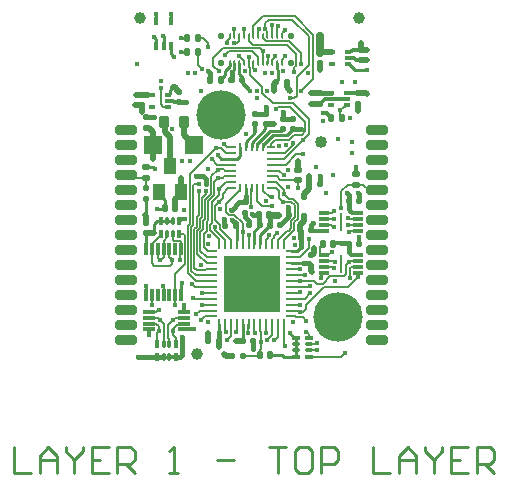
<source format=gbr>
%TF.GenerationSoftware,Altium Limited,Altium Designer,20.1.11 (218)*%
G04 Layer_Physical_Order=1*
G04 Layer_Color=255*
%FSLAX26Y26*%
%MOIN*%
%TF.SameCoordinates,F1652399-7491-40A6-9504-01A14B245E9D*%
%TF.FilePolarity,Positive*%
%TF.FileFunction,Copper,L1,Top,Signal*%
%TF.Part,Single*%
G01*
G75*
%TA.AperFunction,SMDPad,CuDef*%
%ADD10R,0.035039X0.011811*%
%ADD11R,0.007874X0.062992*%
%ADD12R,0.039370X0.055118*%
G04:AMPARAMS|DCode=13|XSize=27.559mil|YSize=20.079mil|CornerRadius=5.02mil|HoleSize=0mil|Usage=FLASHONLY|Rotation=90.000|XOffset=0mil|YOffset=0mil|HoleType=Round|Shape=RoundedRectangle|*
%AMROUNDEDRECTD13*
21,1,0.027559,0.010040,0,0,90.0*
21,1,0.017520,0.020079,0,0,90.0*
1,1,0.010039,0.005020,0.008760*
1,1,0.010039,0.005020,-0.008760*
1,1,0.010039,-0.005020,-0.008760*
1,1,0.010039,-0.005020,0.008760*
%
%ADD13ROUNDEDRECTD13*%
G04:AMPARAMS|DCode=14|XSize=22.047mil|YSize=20.079mil|CornerRadius=5.02mil|HoleSize=0mil|Usage=FLASHONLY|Rotation=180.000|XOffset=0mil|YOffset=0mil|HoleType=Round|Shape=RoundedRectangle|*
%AMROUNDEDRECTD14*
21,1,0.022047,0.010040,0,0,180.0*
21,1,0.012008,0.020079,0,0,180.0*
1,1,0.010039,-0.006004,0.005020*
1,1,0.010039,0.006004,0.005020*
1,1,0.010039,0.006004,-0.005020*
1,1,0.010039,-0.006004,-0.005020*
%
%ADD14ROUNDEDRECTD14*%
G04:AMPARAMS|DCode=15|XSize=25.591mil|YSize=15.748mil|CornerRadius=3.937mil|HoleSize=0mil|Usage=FLASHONLY|Rotation=180.000|XOffset=0mil|YOffset=0mil|HoleType=Round|Shape=RoundedRectangle|*
%AMROUNDEDRECTD15*
21,1,0.025591,0.007874,0,0,180.0*
21,1,0.017717,0.015748,0,0,180.0*
1,1,0.007874,-0.008858,0.003937*
1,1,0.007874,0.008858,0.003937*
1,1,0.007874,0.008858,-0.003937*
1,1,0.007874,-0.008858,-0.003937*
%
%ADD15ROUNDEDRECTD15*%
G04:AMPARAMS|DCode=16|XSize=25.591mil|YSize=11.811mil|CornerRadius=2.953mil|HoleSize=0mil|Usage=FLASHONLY|Rotation=180.000|XOffset=0mil|YOffset=0mil|HoleType=Round|Shape=RoundedRectangle|*
%AMROUNDEDRECTD16*
21,1,0.025591,0.005905,0,0,180.0*
21,1,0.019685,0.011811,0,0,180.0*
1,1,0.005906,-0.009842,0.002953*
1,1,0.005906,0.009842,0.002953*
1,1,0.005906,0.009842,-0.002953*
1,1,0.005906,-0.009842,-0.002953*
%
%ADD16ROUNDEDRECTD16*%
G04:AMPARAMS|DCode=17|XSize=25.591mil|YSize=19.685mil|CornerRadius=1.968mil|HoleSize=0mil|Usage=FLASHONLY|Rotation=90.000|XOffset=0mil|YOffset=0mil|HoleType=Round|Shape=RoundedRectangle|*
%AMROUNDEDRECTD17*
21,1,0.025591,0.015748,0,0,90.0*
21,1,0.021654,0.019685,0,0,90.0*
1,1,0.003937,0.007874,0.010827*
1,1,0.003937,0.007874,-0.010827*
1,1,0.003937,-0.007874,-0.010827*
1,1,0.003937,-0.007874,0.010827*
%
%ADD17ROUNDEDRECTD17*%
%ADD18R,0.021654X0.015748*%
G04:AMPARAMS|DCode=19|XSize=27.559mil|YSize=20.079mil|CornerRadius=5.02mil|HoleSize=0mil|Usage=FLASHONLY|Rotation=180.000|XOffset=0mil|YOffset=0mil|HoleType=Round|Shape=RoundedRectangle|*
%AMROUNDEDRECTD19*
21,1,0.027559,0.010040,0,0,180.0*
21,1,0.017520,0.020079,0,0,180.0*
1,1,0.010039,-0.008760,0.005020*
1,1,0.010039,0.008760,0.005020*
1,1,0.010039,0.008760,-0.005020*
1,1,0.010039,-0.008760,-0.005020*
%
%ADD19ROUNDEDRECTD19*%
G04:AMPARAMS|DCode=20|XSize=15.748mil|YSize=25.591mil|CornerRadius=1.968mil|HoleSize=0mil|Usage=FLASHONLY|Rotation=180.000|XOffset=0mil|YOffset=0mil|HoleType=Round|Shape=RoundedRectangle|*
%AMROUNDEDRECTD20*
21,1,0.015748,0.021654,0,0,180.0*
21,1,0.011811,0.025591,0,0,180.0*
1,1,0.003937,-0.005906,0.010827*
1,1,0.003937,0.005906,0.010827*
1,1,0.003937,0.005906,-0.010827*
1,1,0.003937,-0.005906,-0.010827*
%
%ADD20ROUNDEDRECTD20*%
G04:AMPARAMS|DCode=21|XSize=22.047mil|YSize=20.079mil|CornerRadius=5.02mil|HoleSize=0mil|Usage=FLASHONLY|Rotation=90.000|XOffset=0mil|YOffset=0mil|HoleType=Round|Shape=RoundedRectangle|*
%AMROUNDEDRECTD21*
21,1,0.022047,0.010040,0,0,90.0*
21,1,0.012008,0.020079,0,0,90.0*
1,1,0.010039,0.005020,0.006004*
1,1,0.010039,0.005020,-0.006004*
1,1,0.010039,-0.005020,-0.006004*
1,1,0.010039,-0.005020,0.006004*
%
%ADD21ROUNDEDRECTD21*%
%ADD22R,0.039370X0.013000*%
%ADD23R,0.013000X0.039370*%
%ADD24R,0.059055X0.059055*%
%ADD25R,0.185039X0.185039*%
%ADD26O,0.037402X0.009842*%
%ADD27O,0.009842X0.037402*%
G04:AMPARAMS|DCode=28|XSize=9.842mil|YSize=25.591mil|CornerRadius=1.23mil|HoleSize=0mil|Usage=FLASHONLY|Rotation=0.000|XOffset=0mil|YOffset=0mil|HoleType=Round|Shape=RoundedRectangle|*
%AMROUNDEDRECTD28*
21,1,0.009842,0.023130,0,0,0.0*
21,1,0.007382,0.025591,0,0,0.0*
1,1,0.002461,0.003691,-0.011565*
1,1,0.002461,-0.003691,-0.011565*
1,1,0.002461,-0.003691,0.011565*
1,1,0.002461,0.003691,0.011565*
%
%ADD28ROUNDEDRECTD28*%
G04:AMPARAMS|DCode=29|XSize=9.842mil|YSize=25.591mil|CornerRadius=1.23mil|HoleSize=0mil|Usage=FLASHONLY|Rotation=90.000|XOffset=0mil|YOffset=0mil|HoleType=Round|Shape=RoundedRectangle|*
%AMROUNDEDRECTD29*
21,1,0.009842,0.023130,0,0,90.0*
21,1,0.007382,0.025591,0,0,90.0*
1,1,0.002461,0.011565,0.003691*
1,1,0.002461,0.011565,-0.003691*
1,1,0.002461,-0.011565,-0.003691*
1,1,0.002461,-0.011565,0.003691*
%
%ADD29ROUNDEDRECTD29*%
G04:AMPARAMS|DCode=30|XSize=9.449mil|YSize=17.716mil|CornerRadius=2.362mil|HoleSize=0mil|Usage=FLASHONLY|Rotation=180.000|XOffset=0mil|YOffset=0mil|HoleType=Round|Shape=RoundedRectangle|*
%AMROUNDEDRECTD30*
21,1,0.009449,0.012992,0,0,180.0*
21,1,0.004724,0.017716,0,0,180.0*
1,1,0.004724,-0.002362,0.006496*
1,1,0.004724,0.002362,0.006496*
1,1,0.004724,0.002362,-0.006496*
1,1,0.004724,-0.002362,-0.006496*
%
%ADD30ROUNDEDRECTD30*%
G04:AMPARAMS|DCode=31|XSize=19.685mil|YSize=18.504mil|CornerRadius=4.626mil|HoleSize=0mil|Usage=FLASHONLY|Rotation=180.000|XOffset=0mil|YOffset=0mil|HoleType=Round|Shape=RoundedRectangle|*
%AMROUNDEDRECTD31*
21,1,0.019685,0.009252,0,0,180.0*
21,1,0.010433,0.018504,0,0,180.0*
1,1,0.009252,-0.005216,0.004626*
1,1,0.009252,0.005216,0.004626*
1,1,0.009252,0.005216,-0.004626*
1,1,0.009252,-0.005216,-0.004626*
%
%ADD31ROUNDEDRECTD31*%
G04:AMPARAMS|DCode=32|XSize=39.37mil|YSize=35.433mil|CornerRadius=4.429mil|HoleSize=0mil|Usage=FLASHONLY|Rotation=90.000|XOffset=0mil|YOffset=0mil|HoleType=Round|Shape=RoundedRectangle|*
%AMROUNDEDRECTD32*
21,1,0.039370,0.026575,0,0,90.0*
21,1,0.030512,0.035433,0,0,90.0*
1,1,0.008858,0.013287,0.015256*
1,1,0.008858,0.013287,-0.015256*
1,1,0.008858,-0.013287,-0.015256*
1,1,0.008858,-0.013287,0.015256*
%
%ADD32ROUNDEDRECTD32*%
G04:AMPARAMS|DCode=33|XSize=25.591mil|YSize=15.748mil|CornerRadius=3.937mil|HoleSize=0mil|Usage=FLASHONLY|Rotation=90.000|XOffset=0mil|YOffset=0mil|HoleType=Round|Shape=RoundedRectangle|*
%AMROUNDEDRECTD33*
21,1,0.025591,0.007874,0,0,90.0*
21,1,0.017717,0.015748,0,0,90.0*
1,1,0.007874,0.003937,0.008858*
1,1,0.007874,0.003937,-0.008858*
1,1,0.007874,-0.003937,-0.008858*
1,1,0.007874,-0.003937,0.008858*
%
%ADD33ROUNDEDRECTD33*%
G04:AMPARAMS|DCode=34|XSize=25.591mil|YSize=11.811mil|CornerRadius=2.953mil|HoleSize=0mil|Usage=FLASHONLY|Rotation=90.000|XOffset=0mil|YOffset=0mil|HoleType=Round|Shape=RoundedRectangle|*
%AMROUNDEDRECTD34*
21,1,0.025591,0.005905,0,0,90.0*
21,1,0.019685,0.011811,0,0,90.0*
1,1,0.005906,0.002953,0.009842*
1,1,0.005906,0.002953,-0.009842*
1,1,0.005906,-0.002953,-0.009842*
1,1,0.005906,-0.002953,0.009842*
%
%ADD34ROUNDEDRECTD34*%
%ADD35R,0.015748X0.015748*%
%ADD36C,0.039370*%
%TA.AperFunction,Conductor*%
%ADD37C,0.008000*%
%ADD38C,0.005000*%
%ADD39C,0.019685*%
%ADD40C,0.015750*%
%ADD41C,0.010000*%
%ADD42C,0.019680*%
%ADD43C,0.012000*%
%ADD44C,0.015000*%
%ADD45C,0.009240*%
%ADD46C,0.013780*%
%ADD47C,0.009840*%
%ADD48C,0.020000*%
%ADD49C,0.019000*%
%ADD50C,0.011810*%
%ADD51C,0.019080*%
%ADD52C,0.025000*%
%ADD53C,0.006000*%
%ADD54C,0.007870*%
%ADD55C,0.009842*%
%ADD56C,0.022050*%
%ADD57C,0.008840*%
%ADD58C,0.014750*%
%ADD59C,0.005910*%
%ADD60C,0.010810*%
%TA.AperFunction,NonConductor*%
%ADD61C,0.010000*%
%TA.AperFunction,ComponentPad*%
%ADD62C,0.040000*%
G04:AMPARAMS|DCode=63|XSize=31.496mil|YSize=70.866mil|CornerRadius=7.874mil|HoleSize=0mil|Usage=FLASHONLY|Rotation=270.000|XOffset=0mil|YOffset=0mil|HoleType=Round|Shape=RoundedRectangle|*
%AMROUNDEDRECTD63*
21,1,0.031496,0.055118,0,0,270.0*
21,1,0.015748,0.070866,0,0,270.0*
1,1,0.015748,-0.027559,-0.007874*
1,1,0.015748,-0.027559,0.007874*
1,1,0.015748,0.027559,0.007874*
1,1,0.015748,0.027559,-0.007874*
%
%ADD63ROUNDEDRECTD63*%
%TA.AperFunction,ViaPad*%
%ADD64C,0.165000*%
%ADD65C,0.017716*%
D10*
X661694Y372800D02*
D03*
Y353116D02*
D03*
Y333430D02*
D03*
Y313746D02*
D03*
X773504D02*
D03*
Y333430D02*
D03*
Y353116D02*
D03*
Y372800D02*
D03*
X661694Y512405D02*
D03*
Y492721D02*
D03*
Y473035D02*
D03*
Y453351D02*
D03*
X773504D02*
D03*
Y473035D02*
D03*
Y492721D02*
D03*
Y512405D02*
D03*
D11*
X717600Y343274D02*
D03*
Y482879D02*
D03*
D12*
X109598Y583693D02*
D03*
X147000Y670307D02*
D03*
X184402Y583693D02*
D03*
D13*
X205713Y1094058D02*
D03*
X241146D02*
D03*
Y1049068D02*
D03*
X205713D02*
D03*
X280703Y954058D02*
D03*
X316136D02*
D03*
X721146Y829058D02*
D03*
X685713D02*
D03*
X482286Y38468D02*
D03*
X446853D02*
D03*
X478346Y505908D02*
D03*
X442913D02*
D03*
X656573Y410198D02*
D03*
X692006D02*
D03*
X165547Y528023D02*
D03*
X130114D02*
D03*
D14*
X783424Y1021341D02*
D03*
Y1056774D02*
D03*
X648424Y1046770D02*
D03*
Y1011337D02*
D03*
X66924Y594490D02*
D03*
Y559057D02*
D03*
X618434Y336346D02*
D03*
Y371779D02*
D03*
X68894Y795277D02*
D03*
Y830710D02*
D03*
X53424Y871337D02*
D03*
Y906769D02*
D03*
X431000Y843716D02*
D03*
Y808284D02*
D03*
X523424Y826779D02*
D03*
Y791346D02*
D03*
X558424D02*
D03*
Y826779D02*
D03*
X397414Y547769D02*
D03*
Y512337D02*
D03*
X469000Y808284D02*
D03*
Y843716D02*
D03*
X775584Y875986D02*
D03*
Y911419D02*
D03*
X178424Y881346D02*
D03*
Y916779D02*
D03*
X647634Y875986D02*
D03*
Y911419D02*
D03*
X66924Y444887D02*
D03*
Y480320D02*
D03*
D15*
X610233Y33467D02*
D03*
Y96459D02*
D03*
X566926Y33467D02*
D03*
Y96459D02*
D03*
D16*
X610233Y74805D02*
D03*
Y55120D02*
D03*
X566926D02*
D03*
Y74805D02*
D03*
D17*
X593424Y498612D02*
D03*
Y569478D02*
D03*
D18*
X740004Y1009378D02*
D03*
Y1029064D02*
D03*
Y1048748D02*
D03*
X686854D02*
D03*
Y1009378D02*
D03*
X737204Y872048D02*
D03*
Y891734D02*
D03*
Y911418D02*
D03*
X684054D02*
D03*
Y872048D02*
D03*
X141024Y867048D02*
D03*
Y886734D02*
D03*
Y906418D02*
D03*
X87874D02*
D03*
Y867048D02*
D03*
D19*
X768424Y606346D02*
D03*
Y641779D02*
D03*
X66924Y665360D02*
D03*
Y629927D02*
D03*
X573000Y621284D02*
D03*
Y656716D02*
D03*
D20*
X100394Y1150597D02*
D03*
X151575D02*
D03*
Y1069889D02*
D03*
X125984D02*
D03*
X100394D02*
D03*
D21*
X350713Y954058D02*
D03*
X386146D02*
D03*
X500703Y949058D02*
D03*
X536136D02*
D03*
X646146Y609068D02*
D03*
X610713D02*
D03*
X743188Y410198D02*
D03*
X778621D02*
D03*
X366886Y469478D02*
D03*
X331453D02*
D03*
X311026Y84648D02*
D03*
X275593D02*
D03*
X479408Y470478D02*
D03*
X514841D02*
D03*
X507873Y505908D02*
D03*
X543306D02*
D03*
X743188Y553748D02*
D03*
X778621D02*
D03*
X446851Y470478D02*
D03*
X411418D02*
D03*
X389768Y84648D02*
D03*
X425201D02*
D03*
X390541Y35438D02*
D03*
X355108D02*
D03*
X580703Y454058D02*
D03*
X616136D02*
D03*
D22*
X76383Y124020D02*
D03*
Y143706D02*
D03*
Y163390D02*
D03*
Y183076D02*
D03*
X195265D02*
D03*
Y163390D02*
D03*
Y143706D02*
D03*
Y124020D02*
D03*
D23*
X66930Y237804D02*
D03*
X86616D02*
D03*
X106300D02*
D03*
X125986D02*
D03*
X145670D02*
D03*
Y392120D02*
D03*
X125986D02*
D03*
X106300D02*
D03*
X86616D02*
D03*
X66930D02*
D03*
X165356Y237804D02*
D03*
X185040D02*
D03*
X165356Y392120D02*
D03*
X185040D02*
D03*
D24*
X228348Y738190D02*
D03*
X90552D02*
D03*
D25*
X419292Y275592D02*
D03*
D26*
X286418Y167324D02*
D03*
Y187008D02*
D03*
Y206694D02*
D03*
Y226378D02*
D03*
Y246064D02*
D03*
Y265748D02*
D03*
Y285434D02*
D03*
Y305120D02*
D03*
Y324804D02*
D03*
Y344490D02*
D03*
Y364174D02*
D03*
Y383860D02*
D03*
X552166D02*
D03*
Y364174D02*
D03*
Y344490D02*
D03*
Y324804D02*
D03*
Y305120D02*
D03*
Y285434D02*
D03*
Y265748D02*
D03*
Y246064D02*
D03*
Y226378D02*
D03*
Y206694D02*
D03*
Y187008D02*
D03*
Y167324D02*
D03*
D27*
X311024Y408466D02*
D03*
X330710D02*
D03*
X350394D02*
D03*
X370080D02*
D03*
X389764D02*
D03*
X409450D02*
D03*
X429134D02*
D03*
X448820D02*
D03*
X468504D02*
D03*
X488190D02*
D03*
X507874D02*
D03*
X527560D02*
D03*
Y142718D02*
D03*
X507874D02*
D03*
X488190D02*
D03*
X468504D02*
D03*
X448820D02*
D03*
X429134D02*
D03*
X409450D02*
D03*
X389764D02*
D03*
X370080D02*
D03*
X350394D02*
D03*
X330710D02*
D03*
X311024D02*
D03*
D28*
X458663Y732284D02*
D03*
X438977D02*
D03*
X419293D02*
D03*
X399607D02*
D03*
X379923D02*
D03*
Y594490D02*
D03*
X399607D02*
D03*
X419293D02*
D03*
X438977D02*
D03*
X458663D02*
D03*
D29*
X354331Y633860D02*
D03*
Y653544D02*
D03*
Y673230D02*
D03*
Y692914D02*
D03*
Y712600D02*
D03*
Y732284D02*
D03*
Y614174D02*
D03*
Y594490D02*
D03*
X484253Y732284D02*
D03*
Y712600D02*
D03*
Y594490D02*
D03*
Y614174D02*
D03*
Y633860D02*
D03*
Y653544D02*
D03*
Y673230D02*
D03*
Y692914D02*
D03*
D30*
X425197Y1103347D02*
D03*
X440945D02*
D03*
X456693D02*
D03*
X472442D02*
D03*
X488190D02*
D03*
X503938D02*
D03*
X519686D02*
D03*
X409450D02*
D03*
X393702D02*
D03*
X377954D02*
D03*
X362205D02*
D03*
X346457D02*
D03*
X425197Y1010827D02*
D03*
X440945D02*
D03*
X456693D02*
D03*
X472442D02*
D03*
X488190D02*
D03*
X503938D02*
D03*
X519686D02*
D03*
X409450D02*
D03*
X393702D02*
D03*
X377954D02*
D03*
X362205D02*
D03*
X346457D02*
D03*
D31*
X316930Y1012009D02*
D03*
Y1102167D02*
D03*
X549213D02*
D03*
Y1012009D02*
D03*
D32*
X192914Y816930D02*
D03*
X125986D02*
D03*
D33*
X116143Y440950D02*
D03*
X179136D02*
D03*
X116143Y484257D02*
D03*
X179136D02*
D03*
X167326Y74806D02*
D03*
X104333D02*
D03*
X167326Y31500D02*
D03*
X104333D02*
D03*
D34*
X157482Y440950D02*
D03*
X137797D02*
D03*
Y484257D02*
D03*
X157482D02*
D03*
X125987Y74806D02*
D03*
X145672D02*
D03*
Y31500D02*
D03*
X125987D02*
D03*
D35*
X267715Y609047D02*
D03*
Y585425D02*
D03*
X244093D02*
D03*
Y609047D02*
D03*
D36*
X237000Y43000D02*
D03*
X47244Y1161417D02*
D03*
X778424D02*
D03*
D37*
X488190Y1010827D02*
X488914Y1011551D01*
Y1023651D01*
X496558Y1031295D01*
Y1033925D01*
X362424Y1079058D02*
X370424D01*
X338424Y1080058D02*
Y1087058D01*
X346454Y1095088D01*
Y1103348D01*
X519684Y1023318D02*
X530424Y1034058D01*
X519684Y1010828D02*
Y1023318D01*
X370424Y1079058D02*
X377954Y1086588D01*
Y1103348D01*
D38*
X181424Y355058D02*
Y388504D01*
Y354282D02*
Y355058D01*
X76383Y183076D02*
X102197D01*
X107577Y188456D01*
X111000D01*
X181424Y388504D02*
X185040Y392120D01*
X185034D02*
Y415428D01*
X157484Y422307D02*
Y440948D01*
Y422307D02*
X160413Y419378D01*
X181084D01*
X185034Y415428D01*
X296352Y456604D02*
X330710Y422245D01*
X296352Y456604D02*
Y466986D01*
X330710Y408466D02*
Y422245D01*
X350394Y408468D02*
Y421098D01*
X313624Y457868D02*
Y472848D01*
Y457868D02*
X350394Y421098D01*
X297766Y535700D02*
X322837Y560771D01*
X573000Y621284D02*
X574358Y619925D01*
Y597000D02*
Y619925D01*
X515716Y621284D02*
X573000D01*
X503140Y633860D02*
X515716Y621284D01*
X484253Y633860D02*
X503140D01*
X219424Y277058D02*
X230734Y265748D01*
X286424D01*
X558000Y738866D02*
Y746709D01*
X557642Y747067D02*
X558000Y746709D01*
X531734Y712600D02*
X558000Y738866D01*
X484253Y712600D02*
X531734D01*
X393704Y1103348D02*
Y1124058D01*
X66924Y594488D02*
Y629928D01*
X527642Y693000D02*
X590642Y756000D01*
X590821D02*
X611000Y776179D01*
Y824758D01*
X590642Y756000D02*
X590821D01*
X484339Y693000D02*
X527642D01*
X568000Y708000D02*
X590642D01*
X409444Y999948D02*
Y1010827D01*
Y1030078D01*
X559358Y772358D02*
X587067D01*
X544000Y757000D02*
X559358Y772358D01*
X507406Y865406D02*
X548527D01*
X599000Y814933D01*
Y784291D02*
Y814933D01*
X587067Y772358D02*
X599000Y784291D01*
X557758Y878000D02*
X611000Y824758D01*
X533000Y673000D02*
X568000Y708000D01*
X165354Y204058D02*
Y309058D01*
X157484Y120078D02*
Y125988D01*
Y104336D02*
Y120078D01*
X610234Y96458D02*
Y108248D01*
X601424Y117058D02*
X610234Y108248D01*
X585584Y919058D02*
X625000Y958474D01*
X37814Y629928D02*
X66924D01*
X29554Y638188D02*
X37814Y629928D01*
X489378Y878000D02*
X557758D01*
X715162Y835042D02*
X721146Y829058D01*
X715000Y842827D02*
Y855000D01*
Y842827D02*
X715162Y842666D01*
Y835042D02*
Y842666D01*
X726674Y866674D02*
X731830D01*
X715000Y855000D02*
X715000D01*
X726674Y866674D01*
X731830D02*
X737204Y872048D01*
X745064Y449658D02*
X748754Y453348D01*
X749414D01*
X745433Y350433D02*
X770822D01*
X773504Y353116D01*
X734424Y339424D02*
X745433Y350433D01*
X734424Y308058D02*
Y339424D01*
X746424Y328290D02*
X751562Y333428D01*
X746424Y296058D02*
Y328290D01*
X751562Y333428D02*
X773504D01*
X673309Y372800D02*
X680635Y380127D01*
X661694Y372800D02*
X673309D01*
X680635Y380127D02*
X685596D01*
X688029Y382560D01*
X527564Y575481D02*
Y588436D01*
X501822Y614178D02*
X527564Y588436D01*
Y575481D02*
X543045Y560000D01*
X507874Y423556D02*
X510296Y425977D01*
X533301Y449334D02*
X536459Y452493D01*
X493924Y435558D02*
X504424Y446058D01*
X510296Y426329D02*
X533301Y449334D01*
X507874Y408468D02*
Y423556D01*
X510296Y425977D02*
Y426329D01*
X533301Y449334D02*
X533301D01*
X536459Y452493D02*
X542859D01*
X297766Y488706D02*
X313624Y472848D01*
X297766Y488706D02*
Y535700D01*
X455800Y534258D02*
X486284D01*
X481279Y564000D02*
X489000D01*
X511456Y653544D02*
X527000Y638000D01*
X458663Y586616D02*
X481279Y564000D01*
X475260Y435384D02*
X477693Y437817D01*
X475260Y428076D02*
Y435384D01*
X468504Y421320D02*
X475260Y428076D01*
X493924Y429558D02*
Y435558D01*
X488194Y423828D02*
X493924Y429558D01*
X409363Y408559D02*
X409454Y408468D01*
X409363Y408559D02*
Y437893D01*
X409276Y437980D02*
X409363Y437893D01*
X390000Y408702D02*
Y478716D01*
X498000Y757000D02*
X544000D01*
X362204Y1103348D02*
Y1124058D01*
X327000Y742000D02*
X336712Y732288D01*
X301000Y728000D02*
X317724D01*
X333124Y712600D01*
X336712Y732288D02*
X354324D01*
X543045Y560000D02*
X556000D01*
X574924Y541076D01*
X511206Y562794D02*
X524000Y550000D01*
X511206Y562794D02*
Y585286D01*
X502002Y594490D02*
X511206Y585286D01*
X294424Y615558D02*
X308324Y629458D01*
X285924Y547558D02*
X310924Y572558D01*
Y592558D01*
X332544Y614178D01*
X322837Y560771D02*
Y575481D01*
X341844Y594488D01*
X354324D01*
X502000Y860000D02*
X507406Y865406D01*
X546035Y895368D02*
X546125Y895458D01*
X562194D01*
X454226Y913152D02*
X489378Y878000D01*
X284424Y634548D02*
X306670Y656794D01*
X308674D01*
X454224Y916779D02*
X454226Y916778D01*
Y913152D02*
Y916778D01*
X454224Y916779D02*
Y932758D01*
X333124Y712600D02*
X354331D01*
X300716Y728000D02*
X301000D01*
X215224Y642508D02*
X300716Y728000D01*
X215224Y475488D02*
Y642508D01*
X287216Y691366D02*
X287216D01*
X305429Y673152D01*
X354253D01*
X354331Y673230D01*
X484483Y673000D02*
X533000D01*
X739714Y606348D02*
X791564D01*
X484253Y743253D02*
X498000Y757000D01*
X484253Y732284D02*
Y743253D01*
Y692914D02*
X484339Y693000D01*
X484253Y673230D02*
X484483Y673000D01*
X574924Y493558D02*
Y541076D01*
X484254Y614178D02*
X501822D01*
X564424Y498058D02*
Y537434D01*
X524000Y550000D02*
X551858D01*
X564424Y537434D01*
X484253Y594490D02*
X502002D01*
X484253Y653544D02*
X511456D01*
X542859Y452493D02*
X551524Y461158D01*
Y485158D01*
X562124Y456948D02*
Y480758D01*
X574924Y493558D01*
X551524Y485158D02*
X564424Y498058D01*
X527564Y422388D02*
X562124Y456948D01*
X458663Y586616D02*
Y594490D01*
X438974Y551084D02*
X455800Y534258D01*
X419140Y531774D02*
X419140Y531775D01*
Y594334D01*
X419294Y594488D01*
X438974Y551084D02*
Y594488D01*
X334066Y542300D02*
X379924Y588158D01*
X334066Y516182D02*
Y542300D01*
Y516182D02*
X343790Y506458D01*
X362259D01*
X285924Y479858D02*
Y547558D01*
X275324Y487148D02*
Y551758D01*
X265024Y492288D02*
Y555648D01*
X279424Y473358D02*
X285924Y479858D01*
X279424Y457068D02*
Y473358D01*
X269374Y453008D02*
Y481198D01*
X258924Y457488D02*
Y486188D01*
X249194Y447758D02*
X258924Y457488D01*
X248724Y462288D02*
Y492148D01*
X239194Y452758D02*
X248724Y462288D01*
X254224Y497648D02*
Y560958D01*
X244094Y504928D02*
Y585428D01*
X236924Y497758D02*
X244094Y504928D01*
X294424Y570858D02*
Y615558D01*
X275324Y551758D02*
X294424Y570858D01*
X284424Y575048D02*
Y634548D01*
X265024Y555648D02*
X284424Y575048D01*
X279424Y457068D02*
X311024Y425468D01*
X259224Y399138D02*
Y442858D01*
X249194Y386638D02*
Y447758D01*
X239194Y376948D02*
Y452758D01*
X229194Y330078D02*
Y457858D01*
X219194Y319878D02*
Y464718D01*
X209194Y311688D02*
Y469458D01*
X192914Y440948D02*
X199194Y434668D01*
Y342898D02*
Y434668D01*
X259224Y442858D02*
X269374Y453008D01*
X236924Y465588D02*
Y497758D01*
X229194Y457858D02*
X236924Y465588D01*
X225724Y471248D02*
Y604358D01*
X219194Y464718D02*
X225724Y471248D01*
X209194Y469458D02*
X215224Y475488D01*
X125984Y392120D02*
Y419618D01*
Y364561D02*
Y392120D01*
X112924Y354558D02*
X115982D01*
X125984Y364561D01*
X167324Y74808D02*
Y94496D01*
X157484Y104336D02*
X167324Y94496D01*
X153424Y340424D02*
Y357126D01*
X148678Y335678D02*
X153424Y340424D01*
X95644Y335678D02*
X148678D01*
X686774Y512408D02*
X693424Y519058D01*
X441555Y1123251D02*
X443135Y1124830D01*
X440945Y1103347D02*
X441555Y1103957D01*
Y1123251D01*
X465757Y1143757D02*
X479000Y1157000D01*
X465757Y1123450D02*
Y1143757D01*
X324000Y1062000D02*
X446000D01*
X457000Y1051000D01*
Y1011134D02*
Y1051000D01*
X456693Y1010827D02*
X457000Y1011134D01*
X472933Y1033434D02*
X473424Y1033925D01*
X472933Y1011318D02*
Y1033434D01*
X423000Y1073000D02*
X537000D01*
X410000Y1086000D02*
X423000Y1073000D01*
X537000D02*
X567066Y1042934D01*
X410000Y1086000D02*
Y1102796D01*
X567066Y1002870D02*
Y1042934D01*
X561424Y997229D02*
X567066Y1002870D01*
X561424Y982058D02*
Y997229D01*
X470217Y1105571D02*
X472442Y1103347D01*
X470217Y1105571D02*
Y1118991D01*
X465757Y1123450D02*
X470217Y1118991D01*
X292000Y1030000D02*
X324000Y1062000D01*
X344224Y1051058D02*
X421424D01*
X330624Y1037458D02*
X344224Y1051058D01*
X421424D02*
X440944Y1031538D01*
X378424Y1034058D02*
X393704Y1018778D01*
Y1010828D02*
Y1018778D01*
X292000Y1003082D02*
Y1030000D01*
Y1003082D02*
X311024Y984058D01*
X479000Y1157000D02*
X554000D01*
X486284Y1138492D02*
X486296Y1138479D01*
Y1105240D02*
Y1138479D01*
X554000Y1157000D02*
X610000Y1101000D01*
Y1004634D02*
Y1101000D01*
X569226Y963860D02*
X610000Y1004634D01*
X562194Y895458D02*
X569226Y902490D01*
Y963860D01*
X425197Y1135585D02*
X458612Y1169000D01*
X563000D02*
X625000Y1107000D01*
X458612Y1169000D02*
X563000D01*
X625000Y958474D02*
Y1107000D01*
X521910Y1105571D02*
Y1111515D01*
X530000Y1119605D01*
Y1121000D01*
X519686Y1103347D02*
X521910Y1105571D01*
X503938Y1103347D02*
Y1125496D01*
X509000Y1130559D01*
Y1134000D01*
X486296Y1105240D02*
X488190Y1103347D01*
X425239Y996978D02*
X430000Y992217D01*
X425194Y1010828D02*
X425239Y1010783D01*
Y996978D02*
Y1010783D01*
X430000Y988776D02*
Y992217D01*
X413642Y973341D02*
Y995751D01*
Y973341D02*
X454224Y932758D01*
X409444Y999948D02*
X413642Y995751D01*
X425197Y1103347D02*
Y1135585D01*
X467568Y1085415D02*
X542585D01*
X583424Y1044576D01*
X458918Y1094065D02*
X467568Y1085415D01*
X583424Y1009058D02*
Y1044576D01*
X472442Y1010827D02*
X472933Y1011318D01*
X458918Y1094065D02*
Y1101123D01*
X456693Y1103347D02*
X458918Y1101123D01*
X409450Y1103347D02*
X410000Y1102796D01*
X741754Y265458D02*
X773504Y297208D01*
X495796Y87953D02*
X495901Y88058D01*
X496424D01*
X527564Y72436D02*
Y142718D01*
Y72436D02*
X530000Y70000D01*
X651424Y372798D02*
X661694D01*
X409444Y1030078D02*
X412424Y1033058D01*
X145664Y364886D02*
Y392118D01*
Y364886D02*
X153424Y357126D01*
X472424Y88058D02*
X488194Y103828D01*
Y142718D01*
X507874Y99508D02*
Y142718D01*
X496424Y88058D02*
X507874Y99508D01*
X609424Y394371D02*
Y427058D01*
X579228Y364174D02*
X609424Y394371D01*
X552166Y364174D02*
X579228D01*
X468504Y408466D02*
Y421320D01*
X389764Y408466D02*
X390000Y408702D01*
X362259Y506458D02*
X390000Y478716D01*
X308324Y629458D02*
X322767D01*
X327167Y633858D02*
X354324D01*
X322767Y629458D02*
X327167Y633858D01*
X327167Y658798D02*
X332421Y653544D01*
X308674Y658798D02*
X327167D01*
X332421Y653544D02*
X354331D01*
X647424Y401048D02*
X656574Y410198D01*
X647424Y376798D02*
Y401048D01*
X661694Y473038D02*
X684444D01*
X661694Y512408D02*
X686774D01*
X684444Y473038D02*
X693424Y464058D01*
X661694Y492718D02*
X693424D01*
X527564Y408468D02*
Y422388D01*
X440944Y1010828D02*
Y1031538D01*
X330714Y116768D02*
Y142718D01*
Y116768D02*
X333424Y114058D01*
X253424Y246068D02*
X286424D01*
X76384Y143708D02*
X102354D01*
X112174Y133888D01*
Y120078D02*
Y133888D01*
X228104Y226378D02*
X286424D01*
X225424Y229058D02*
X228104Y226378D01*
X274504Y383858D02*
X286424D01*
X259224Y399138D02*
X274504Y383858D01*
X269374Y481198D02*
X275324Y487148D01*
X552164Y324808D02*
X581774D01*
X429134Y115348D02*
Y142718D01*
Y115348D02*
X432424Y112058D01*
X791564Y606348D02*
X809724Y588188D01*
X686854Y333428D02*
X692874Y327408D01*
X661694Y333428D02*
X686854D01*
X311024Y408468D02*
Y425468D01*
X106294Y361188D02*
Y392118D01*
Y361188D02*
X112924Y354558D01*
X370084Y116148D02*
Y142718D01*
X368114Y114178D02*
X370084Y116148D01*
X581774Y285438D02*
X628154D01*
X637534Y276058D01*
X657724D01*
X682424Y300758D01*
X727124D01*
X734424Y308058D01*
X241144Y1005738D02*
Y1049068D01*
Y1005738D02*
X253424Y993458D01*
X647424Y376798D02*
X651424Y372798D01*
X209194Y311688D02*
X235444Y285438D01*
X286424D01*
X125634Y867048D02*
X141024D01*
X117824Y874858D02*
X125634Y867048D01*
X117824Y874858D02*
Y928158D01*
X552164Y305118D02*
X598424D01*
X610234Y55118D02*
X637424D01*
X271654Y344488D02*
X286424D01*
X239194Y376948D02*
X271654Y344488D01*
X248724Y492148D02*
X254224Y497648D01*
Y560958D02*
X267714Y574448D01*
Y585428D01*
X596924Y226378D02*
X615114Y244568D01*
X552164Y226378D02*
X596924D01*
X659234Y265458D02*
X741754D01*
X600424Y206648D02*
X659234Y265458D01*
X600424Y191058D02*
Y206648D01*
X590424Y181058D02*
X600424Y191058D01*
X582424Y181058D02*
X590424D01*
X241144Y1094058D02*
X258424D01*
X273424Y1079058D01*
Y1064058D02*
Y1079058D01*
X175194Y143708D02*
X195264D01*
X157484Y125988D02*
X175194Y143708D01*
X145664Y74808D02*
Y91808D01*
X140574Y96898D02*
X145664Y91808D01*
X140574Y96898D02*
Y138608D01*
X157484Y155518D01*
X379924Y588158D02*
Y594488D01*
X697504Y349378D02*
X698674D01*
X693764Y353118D02*
X697504Y349378D01*
X661694Y353118D02*
X693764D01*
X86614Y344708D02*
X95644Y335678D01*
X468504Y112208D02*
Y142718D01*
X116144Y438788D02*
Y440948D01*
X86614Y409258D02*
X116144Y438788D01*
X86614Y344708D02*
Y409258D01*
X246374Y187008D02*
X286424D01*
X233424Y174058D02*
X246374Y187008D01*
X552164Y246068D02*
X579434D01*
X581424Y248058D01*
X104334Y112238D02*
X112174Y120078D01*
X104334Y74808D02*
Y112238D01*
X488194Y408468D02*
Y423828D01*
X332544Y614178D02*
X354324D01*
X337424Y90058D02*
X350394Y103028D01*
Y142718D01*
X165354Y309058D02*
X199194Y342898D01*
X179134Y440948D02*
X192914D01*
X230414Y609048D02*
X244094D01*
X225724Y604358D02*
X230414Y609048D01*
X219194Y319878D02*
X233954Y305118D01*
X286424D01*
X611814Y265748D02*
X614924Y268858D01*
X552164Y265748D02*
X611814D01*
X271654Y364178D02*
X286424D01*
X249194Y386638D02*
X271654Y364178D01*
X258924Y486188D02*
X265024Y492288D01*
X124014Y269058D02*
X125984Y267088D01*
Y237808D02*
Y267088D01*
X633174Y74808D02*
X636424Y78058D01*
X610234Y74808D02*
X633174D01*
X552164Y285438D02*
X581774D01*
X229194Y330078D02*
X238514Y320758D01*
X263814D01*
X267864Y324808D01*
X286424D01*
X86614Y204058D02*
Y237808D01*
X76384Y163388D02*
X106304D01*
X114174Y155518D01*
X137794Y431428D02*
Y440948D01*
X125984Y419618D02*
X137794Y431428D01*
X251424Y155058D02*
X263694Y167328D01*
X286424D01*
X255424Y206698D02*
X286424D01*
X125984Y74808D02*
Y96608D01*
X129034Y99658D01*
Y140648D01*
X114174Y155518D02*
X129034Y140648D01*
X610234Y33468D02*
X718834D01*
X732424Y47058D01*
X717724Y528458D02*
Y584358D01*
X739714Y606348D01*
X157484Y155518D02*
X165354Y163388D01*
X195264D01*
D39*
X184402Y583693D02*
X185034Y584326D01*
Y629458D01*
X165547Y528023D02*
X165744Y528220D01*
Y557161D01*
X184402Y575819D01*
Y583693D01*
D40*
X233724Y636158D02*
X258124D01*
X267714Y609048D02*
Y626568D01*
X258124Y636158D02*
X267714Y626568D01*
X641734Y911418D02*
X684054D01*
X425204Y59058D02*
Y84648D01*
D41*
X127719Y525628D02*
X130114Y528023D01*
X105000Y525628D02*
X127719D01*
X66924Y665358D02*
X92124D01*
X98424Y659058D01*
X130114Y528023D02*
Y555303D01*
X109598Y575819D02*
X130114Y555303D01*
X109598Y575819D02*
Y583693D01*
X559131Y99333D02*
X562006Y96458D01*
X547000Y112000D02*
Y112000D01*
X559131Y99333D02*
Y99869D01*
X566924Y33468D02*
Y96458D01*
X547000Y112000D02*
X559131Y99869D01*
X146581Y909292D02*
Y920775D01*
X141024Y906418D02*
X143707D01*
X146581Y909292D01*
Y920775D02*
X156297Y930492D01*
X183424Y1094058D02*
X205714D01*
X183424Y1049068D02*
X205714D01*
X308000Y704000D02*
X308000D01*
X319086Y692914D01*
X354331D01*
X370993Y692993D02*
X379844Y701844D01*
X354410Y692993D02*
X370993D01*
X379844Y701844D02*
Y732205D01*
X379923Y732284D01*
X354331Y692914D02*
X354410Y692993D01*
X500704Y949058D02*
X506024Y954378D01*
X537401Y771307D02*
X557440Y791346D01*
X489969Y771307D02*
X537401D01*
X458663Y740001D02*
X489969Y771307D01*
X458663Y732284D02*
Y740001D01*
X557440Y791346D02*
X558424D01*
X353221Y983039D02*
X362205Y992024D01*
X353221Y982082D02*
Y983039D01*
X366884Y470478D02*
X370084Y467278D01*
X156297Y930492D02*
X157508D01*
X562006Y96458D02*
X566924D01*
X389764Y84651D02*
Y142718D01*
Y84651D02*
X389768Y84648D01*
X448820Y439554D02*
X473733Y464467D01*
X474370D01*
X479408Y469505D01*
Y470478D01*
X479404Y469501D02*
X479408Y469505D01*
Y470478D01*
X448820Y408466D02*
Y439554D01*
X429134Y408466D02*
Y451767D01*
X446851Y469483D01*
Y470478D01*
X370084Y422167D02*
Y467278D01*
X377954Y974669D02*
X386144Y966478D01*
X377954Y974669D02*
Y1010827D01*
X362205Y992024D02*
Y1010827D01*
X316136Y954058D02*
Y957788D01*
X330294Y971946D02*
Y985855D01*
X316136Y957788D02*
X330294Y971946D01*
X346457Y1002018D02*
Y1010827D01*
X330294Y985855D02*
X346457Y1002018D01*
X63424Y504058D02*
X66924Y507558D01*
Y559058D01*
X526024Y33468D02*
X566924D01*
X521024Y38468D02*
X526024Y33468D01*
X482284Y38468D02*
X521024D01*
X66924Y237808D02*
Y269058D01*
X399604Y569238D02*
Y594488D01*
X93424Y444058D02*
Y474058D01*
X103624Y484258D01*
X116144D01*
X503934Y990948D02*
Y1010828D01*
Y990948D02*
X506024Y988858D01*
Y954378D02*
Y988858D01*
X763224Y989058D02*
X803424D01*
X742904Y1009378D02*
X763224Y989058D01*
X740004Y1009378D02*
X742904D01*
X185034Y237808D02*
Y275668D01*
X188424Y279058D01*
D42*
X147000Y670307D02*
Y765392D01*
X129321Y783071D02*
X147000Y765392D01*
X129321Y783071D02*
Y813591D01*
X125984Y816928D02*
X129321Y813591D01*
X355090Y35420D02*
X355108Y35438D01*
X334580Y35420D02*
X355090D01*
X328000Y42000D02*
X334580Y35420D01*
X311000Y67000D02*
X311024Y67024D01*
X619094Y911418D02*
X641734D01*
X90554Y692918D02*
Y783468D01*
X619094Y875988D02*
X647634D01*
X311024Y67024D02*
Y84648D01*
X66789Y480455D02*
Y500694D01*
X63424Y504058D02*
X66789Y500694D01*
Y480455D02*
X66924Y480320D01*
X775584Y852368D02*
Y875988D01*
Y911418D02*
X801064D01*
X803424Y909058D01*
X275594Y84648D02*
Y113348D01*
X192914Y773618D02*
X228344Y738188D01*
X192914Y773618D02*
Y816928D01*
X68894Y795278D02*
X78744D01*
X90554Y783468D01*
X618434Y318048D02*
X621424Y315058D01*
X618434Y318048D02*
Y336348D01*
D43*
X386144Y947438D02*
Y966478D01*
X692004Y410198D02*
X694806Y413000D01*
X718000D01*
X658424Y844058D02*
X670714D01*
X685714Y829058D01*
X768424Y641778D02*
Y664058D01*
X76384Y104058D02*
Y124018D01*
X195264Y183078D02*
Y204058D01*
X740004Y1048748D02*
X748914D01*
X756944Y1056778D01*
X386144Y947438D02*
X414524Y919058D01*
X737204Y911418D02*
X775584D01*
X740004Y1029058D02*
X760724D01*
X710624Y891738D02*
X737204D01*
X616844Y453348D02*
X661694D01*
X616134Y454058D02*
X616844Y453348D01*
X161944Y881348D02*
X178424D01*
X156554Y886738D02*
X161944Y881348D01*
X141024Y886738D02*
X156554D01*
X778624Y410198D02*
Y431058D01*
X777824Y431858D02*
X778624Y431058D01*
X195264Y124018D02*
X228424D01*
X388424Y85988D02*
X389764Y84648D01*
D44*
X331437Y470478D02*
X331454D01*
X326002Y491255D02*
Y491991D01*
X328913Y473002D02*
X331437Y470478D01*
X326002Y491255D02*
X328913Y488344D01*
Y473002D02*
Y488344D01*
X718000Y413000D02*
X741370D01*
X743184Y411186D01*
Y380668D02*
Y411186D01*
X542161Y507053D02*
X543306Y505908D01*
X542161Y507053D02*
Y531255D01*
X541642Y531775D02*
X542161Y531255D01*
X350424Y523426D02*
X352593D01*
X376934Y547768D01*
X355524Y490058D02*
X366884Y478698D01*
Y470478D02*
Y478698D01*
X397414Y500068D02*
Y512338D01*
Y500068D02*
X405424Y492058D01*
X558424Y791348D02*
X558566Y791207D01*
X582502D01*
X582642Y791067D01*
X616134Y454058D02*
Y471368D01*
X622724Y477958D01*
X468580Y865304D02*
X468790Y865094D01*
Y843927D02*
X469000Y843716D01*
X468790Y843927D02*
Y865094D01*
X523424Y826779D02*
Y849048D01*
X431000Y843716D02*
X469000D01*
X540766Y503369D02*
X543306Y505908D01*
X514841Y470478D02*
Y471462D01*
X540766Y497388D01*
Y503369D01*
X523424Y826779D02*
X558424D01*
X422424Y509058D02*
X425574Y505908D01*
X397414Y547768D02*
X399604Y549958D01*
X376934Y547768D02*
X397414D01*
X743184Y524288D02*
Y572898D01*
X104333Y31500D02*
X125987D01*
X39499D02*
X104333D01*
X646144Y609068D02*
Y634058D01*
X609309Y344488D02*
X617449Y336348D01*
X618434D01*
X590424Y344488D02*
X609309D01*
X479404Y469501D02*
Y504848D01*
X442913Y475400D02*
Y505908D01*
Y475400D02*
X446851Y471462D01*
Y470478D02*
Y471462D01*
X425574Y505908D02*
X442913D01*
X350713Y954058D02*
X353221Y956566D01*
Y982082D01*
X585424Y397868D02*
Y424058D01*
X778624Y553748D02*
Y573858D01*
X773024Y579458D02*
X778624Y573858D01*
X738524Y577558D02*
X743184Y572898D01*
Y524288D02*
X748564Y518908D01*
X68894Y830708D02*
X93424D01*
X188424Y39058D02*
Y99058D01*
X180864Y31498D02*
X188424Y39058D01*
X167324Y31498D02*
X180864D01*
X399604Y549958D02*
Y569238D01*
X411414Y470478D02*
Y485068D01*
X405424Y491058D02*
X411414Y485068D01*
X405424Y491058D02*
Y492058D01*
X478344Y505908D02*
X479404Y504848D01*
X311024Y84648D02*
Y117058D01*
X280704Y954058D02*
Y979058D01*
X275704Y984058D02*
X280704Y979058D01*
X178424Y881348D02*
X200714D01*
D45*
X465520Y804803D02*
X469000Y808284D01*
X419594Y746594D02*
X465520Y792520D01*
Y804803D01*
X399607Y732284D02*
Y749607D01*
X430826Y780826D02*
Y781174D01*
X399607Y749607D02*
X430826Y780826D01*
X481440Y786174D02*
X518252D01*
X438974Y743708D02*
X481440Y786174D01*
X518252D02*
X523424Y791346D01*
X419293Y732284D02*
X419594Y732585D01*
Y746594D01*
X438974Y732288D02*
Y743708D01*
D46*
X431000Y781348D02*
Y808284D01*
X430826Y781174D02*
X431000Y781348D01*
D47*
X125984Y1069888D02*
Y1101498D01*
X124503Y1102979D02*
X125984Y1101498D01*
X116144Y484258D02*
X157484D01*
X573814Y344488D02*
X590424D01*
X151574Y1150598D02*
Y1174058D01*
X311024Y117058D02*
Y142718D01*
X100394Y1150598D02*
Y1174058D01*
X66924Y392118D02*
Y444888D01*
X93424Y1099058D02*
X100394Y1092088D01*
Y1069888D02*
Y1092088D01*
X151574Y1041338D02*
Y1069888D01*
Y1041338D02*
X161414Y1031498D01*
D48*
X494756Y808244D02*
X495000Y808000D01*
X469039Y808244D02*
X494756D01*
X610714Y609069D02*
Y634058D01*
X610673Y609029D02*
X610714Y609069D01*
X573000Y656716D02*
Y687000D01*
X593424Y569478D02*
Y576314D01*
X610673Y593563D02*
Y609029D01*
X593424Y576314D02*
X610673Y593563D01*
X469000Y808284D02*
X469039Y808244D01*
X177440Y916779D02*
X178424D01*
X171851Y922369D02*
X177440Y916779D01*
X171851Y922369D02*
Y922576D01*
X163936Y930492D02*
X171851Y922576D01*
X157508Y930492D02*
X163936D01*
X650403Y1048748D02*
X686854D01*
X648424Y1046770D02*
X650403Y1048748D01*
X627424Y379785D02*
Y395058D01*
X618434Y371779D02*
X619419D01*
X627424Y379785D01*
D49*
X494174Y941545D02*
X500703Y948074D01*
X494174Y919008D02*
Y941545D01*
X580704Y471328D02*
X593424Y484048D01*
Y498608D01*
X580704Y454058D02*
Y471328D01*
X500703Y948074D02*
Y949058D01*
X536134Y931348D02*
X548424Y919058D01*
X536134Y931348D02*
Y949058D01*
X92594Y444888D02*
X93424Y444058D01*
X66924Y444888D02*
X92594D01*
X367424Y84648D02*
X389764D01*
X53424Y906768D02*
X73874D01*
X74224Y906418D01*
X585424Y424058D02*
Y449338D01*
X580704Y454058D02*
X585424Y449338D01*
D50*
X185934Y491058D02*
X197724D01*
X748564Y518908D02*
X755084Y512408D01*
X773504D01*
X179134Y484258D02*
X185934Y491058D01*
X647634Y875988D02*
X663384Y891738D01*
X710624D01*
X145664Y31498D02*
X167324D01*
X743184Y380668D02*
X751064Y372798D01*
X773504D01*
D51*
X648424Y989048D02*
Y1011338D01*
X35748Y906768D02*
X53424D01*
X783424Y1056778D02*
X805714D01*
X783424Y1021338D02*
X805714D01*
X783424Y1056778D02*
Y1079068D01*
X53424Y849048D02*
Y871338D01*
X31134D02*
X53424D01*
D52*
X648278Y1103000D02*
X648424Y1102854D01*
Y1046770D02*
Y1102854D01*
D53*
X773504Y297208D02*
Y313748D01*
X773399Y297208D02*
X773504D01*
X742424Y473038D02*
X773504D01*
X742424Y497058D02*
X746764Y492718D01*
X749414Y453348D02*
X773504D01*
X746764Y492718D02*
X773504D01*
X552164Y187008D02*
X576474D01*
X582424Y181058D01*
X552164Y206698D02*
X579784D01*
X582424Y204058D01*
X590724Y163858D02*
X601924Y152658D01*
X567624Y163858D02*
X590724D01*
X564154Y167328D02*
X567624Y163858D01*
X552164Y167328D02*
X564154D01*
D54*
X408623Y112058D02*
X409073Y112508D01*
Y142337D01*
X409454Y142718D01*
D55*
X571416Y383860D02*
X585424Y397868D01*
X552166Y383860D02*
X571416D01*
D56*
X478344Y505908D02*
X507874D01*
D57*
X552164Y344488D02*
X573814D01*
D58*
X74224Y906418D02*
X87874D01*
X756944Y1056778D02*
X783424D01*
X760724Y1029058D02*
X768444Y1021338D01*
X783424D01*
D59*
X446854Y38468D02*
Y56208D01*
X450464Y59818D01*
Y81038D01*
X448824Y119658D02*
Y142718D01*
Y119658D02*
X450464Y118018D01*
Y81038D02*
Y118018D01*
X390544Y35438D02*
X443824D01*
X446854Y38468D01*
D60*
X649424Y295058D02*
Y309058D01*
X654114Y313748D01*
X661694D01*
D61*
X-373806Y-267744D02*
Y-354330D01*
X-316082D01*
X-287220D02*
Y-296606D01*
X-258358Y-267744D01*
X-229496Y-296606D01*
Y-354330D01*
Y-311037D01*
X-287220D01*
X-200634Y-267744D02*
Y-282175D01*
X-171772Y-311037D01*
X-142910Y-282175D01*
Y-267744D01*
X-171772Y-311037D02*
Y-354330D01*
X-56323Y-267744D02*
X-114047D01*
Y-354330D01*
X-56323D01*
X-114047Y-311037D02*
X-85185D01*
X-27461Y-354330D02*
Y-267744D01*
X15832D01*
X30263Y-282175D01*
Y-311037D01*
X15832Y-325468D01*
X-27461D01*
X1401D02*
X30263Y-354330D01*
X145711D02*
X174573D01*
X160142D01*
Y-267744D01*
X145711Y-282175D01*
X304453Y-311037D02*
X362177D01*
X477625Y-267744D02*
X535349D01*
X506487D01*
Y-354330D01*
X607504Y-267744D02*
X578642D01*
X564211Y-282175D01*
Y-339899D01*
X578642Y-354330D01*
X607504D01*
X621935Y-339899D01*
Y-282175D01*
X607504Y-267744D01*
X650797Y-354330D02*
Y-267744D01*
X694091D01*
X708521Y-282175D01*
Y-311037D01*
X694091Y-325468D01*
X650797D01*
X823970Y-267744D02*
Y-354330D01*
X881694D01*
X910556D02*
Y-296606D01*
X939418Y-267744D01*
X968280Y-296606D01*
Y-354330D01*
Y-311037D01*
X910556D01*
X997142Y-267744D02*
Y-282175D01*
X1026004Y-311037D01*
X1054866Y-282175D01*
Y-267744D01*
X1026004Y-311037D02*
Y-354330D01*
X1141453Y-267744D02*
X1083728D01*
Y-354330D01*
X1141453D01*
X1083728Y-311037D02*
X1112591D01*
X1170315Y-354330D02*
Y-267744D01*
X1213608D01*
X1228039Y-282175D01*
Y-311037D01*
X1213608Y-325468D01*
X1170315D01*
X1199177D02*
X1228039Y-354330D01*
D62*
X650473Y749058D02*
D03*
D63*
X0Y88190D02*
D03*
Y138190D02*
D03*
Y188190D02*
D03*
Y238190D02*
D03*
Y288190D02*
D03*
Y338190D02*
D03*
Y388190D02*
D03*
Y438190D02*
D03*
Y488190D02*
D03*
Y538190D02*
D03*
Y588190D02*
D03*
Y638190D02*
D03*
Y688190D02*
D03*
Y738190D02*
D03*
Y788190D02*
D03*
X838583Y88190D02*
D03*
Y138190D02*
D03*
Y188190D02*
D03*
Y238190D02*
D03*
Y288190D02*
D03*
Y338190D02*
D03*
Y388190D02*
D03*
Y438190D02*
D03*
Y488190D02*
D03*
Y538190D02*
D03*
Y588190D02*
D03*
Y638190D02*
D03*
Y688190D02*
D03*
Y738190D02*
D03*
Y788190D02*
D03*
D64*
X708424Y164058D02*
D03*
X318424Y839058D02*
D03*
D65*
X496558Y1033925D02*
D03*
X111000Y188456D02*
D03*
X185034Y629458D02*
D03*
X314124Y525058D02*
D03*
X574358Y597000D02*
D03*
X219424Y277058D02*
D03*
X296352Y466986D02*
D03*
X557642Y747067D02*
D03*
X188424Y685388D02*
D03*
X393704Y1124058D02*
D03*
X524924Y987058D02*
D03*
X233724Y636158D02*
D03*
X274824Y658958D02*
D03*
X105000Y525628D02*
D03*
X98424Y659058D02*
D03*
X590642Y708000D02*
D03*
Y756000D02*
D03*
X534925Y739000D02*
D03*
X165354Y204058D02*
D03*
X328000Y42000D02*
D03*
X311000Y67000D02*
D03*
X212599Y685388D02*
D03*
X312124Y550058D02*
D03*
X326002Y491991D02*
D03*
X547000Y112000D02*
D03*
X601424Y117058D02*
D03*
X619094Y911418D02*
D03*
X585584Y919058D02*
D03*
X399934Y776066D02*
D03*
X745064Y449658D02*
D03*
X743000Y348000D02*
D03*
X688029Y382560D02*
D03*
X718000Y413000D02*
D03*
X90554Y692918D02*
D03*
X124503Y1102979D02*
D03*
X183424Y1094058D02*
D03*
X161414Y1031498D02*
D03*
X207000Y979000D02*
D03*
X495000Y808000D02*
D03*
X541283Y597345D02*
D03*
X504424Y446058D02*
D03*
X541642Y531775D02*
D03*
X350424Y523426D02*
D03*
X486284Y534258D02*
D03*
X355524Y490058D02*
D03*
X154642Y791265D02*
D03*
X619094Y875988D02*
D03*
X489000Y564000D02*
D03*
X527000Y638000D02*
D03*
X477693Y437817D02*
D03*
X390000Y450000D02*
D03*
X409276Y437980D02*
D03*
X405424Y492058D02*
D03*
X610714Y634058D02*
D03*
X573000Y687000D02*
D03*
X707000Y760000D02*
D03*
X582642Y791067D02*
D03*
X658424Y844058D02*
D03*
X667324Y579758D02*
D03*
X691144Y639058D02*
D03*
X183424Y1049068D02*
D03*
X362204Y1124058D02*
D03*
X277124Y434358D02*
D03*
X622724Y477958D02*
D03*
X327000Y742000D02*
D03*
X542030Y655034D02*
D03*
X527564Y575481D02*
D03*
X308324Y629458D02*
D03*
X502000Y860000D02*
D03*
X546035Y895368D02*
D03*
X468580Y865304D02*
D03*
X436000Y894000D02*
D03*
X523424Y849048D02*
D03*
X308674Y656794D02*
D03*
X470584Y919928D02*
D03*
X308000Y704000D02*
D03*
X301000Y728000D02*
D03*
X524000Y550000D02*
D03*
X494174Y919008D02*
D03*
X512000Y735000D02*
D03*
X466000Y553000D02*
D03*
X419140Y531774D02*
D03*
X422424Y509058D02*
D03*
X275594Y407748D02*
D03*
X197724Y491058D02*
D03*
X310924Y592558D02*
D03*
X287216Y691366D02*
D03*
X29554Y138188D02*
D03*
Y238188D02*
D03*
Y288188D02*
D03*
Y388188D02*
D03*
Y438188D02*
D03*
Y538188D02*
D03*
Y638188D02*
D03*
Y688188D02*
D03*
Y788188D02*
D03*
X31134Y871338D02*
D03*
X38000Y1008000D02*
D03*
X114174Y155518D02*
D03*
X112174Y120078D02*
D03*
X86614Y204058D02*
D03*
X112924Y354558D02*
D03*
X93424Y444058D02*
D03*
X90554Y783468D02*
D03*
X117824Y928158D02*
D03*
X117899Y952274D02*
D03*
X93424Y1099058D02*
D03*
X100394Y1174058D02*
D03*
X157484Y155518D02*
D03*
Y120078D02*
D03*
X195264Y204058D02*
D03*
X188424Y279058D02*
D03*
X181424Y355058D02*
D03*
X153424Y354058D02*
D03*
X195000Y522000D02*
D03*
X200714Y881348D02*
D03*
X157508Y930492D02*
D03*
X275594Y113348D02*
D03*
X274424Y148058D02*
D03*
X251424Y155058D02*
D03*
X255424Y206698D02*
D03*
X251974Y919058D02*
D03*
X253424Y993458D02*
D03*
X333424Y114058D02*
D03*
X330624Y1037458D02*
D03*
X338424Y1080058D02*
D03*
X362424Y1079058D02*
D03*
X425204Y59058D02*
D03*
X401574Y236228D02*
D03*
X440944D02*
D03*
X401574Y314968D02*
D03*
Y275598D02*
D03*
X440944Y314968D02*
D03*
Y275598D02*
D03*
X401574Y354968D02*
D03*
X440944D02*
D03*
X414524Y919058D02*
D03*
X437824Y919958D02*
D03*
X412424Y1033058D02*
D03*
X443135Y1124830D02*
D03*
X480314Y236228D02*
D03*
Y314968D02*
D03*
Y275598D02*
D03*
Y354968D02*
D03*
X473424Y1033925D02*
D03*
X558624Y147858D02*
D03*
X601924Y152658D02*
D03*
X582424Y204058D02*
D03*
X598424Y305118D02*
D03*
X581774Y324808D02*
D03*
Y285438D02*
D03*
X583424Y1009058D02*
D03*
X637424Y55118D02*
D03*
X636424Y78058D02*
D03*
X649424Y295058D02*
D03*
X646144Y634058D02*
D03*
X648278Y1103000D02*
D03*
X732424Y47058D02*
D03*
X746424Y296058D02*
D03*
X742424Y473038D02*
D03*
X717724Y528458D02*
D03*
X752994Y713628D02*
D03*
X715000Y855000D02*
D03*
X763784Y949418D02*
D03*
X720474Y949058D02*
D03*
X809724Y138188D02*
D03*
Y238188D02*
D03*
Y288188D02*
D03*
Y388188D02*
D03*
Y438188D02*
D03*
Y538188D02*
D03*
Y638188D02*
D03*
Y688188D02*
D03*
Y788188D02*
D03*
X805714Y1021338D02*
D03*
X29554Y188188D02*
D03*
Y88188D02*
D03*
X39499Y31500D02*
D03*
X29554Y488188D02*
D03*
Y338188D02*
D03*
Y738188D02*
D03*
Y588188D02*
D03*
X35748Y906768D02*
D03*
X76384Y104058D02*
D03*
X124014Y269058D02*
D03*
X93424Y830708D02*
D03*
X188424Y99058D02*
D03*
X233424Y174058D02*
D03*
X253424Y246068D02*
D03*
X250224Y337758D02*
D03*
X273424Y1064058D02*
D03*
X275704Y984058D02*
D03*
X232284Y979058D02*
D03*
X337424Y90058D02*
D03*
X353741Y982601D02*
D03*
X432424Y112058D02*
D03*
X408623D02*
D03*
X396812Y985658D02*
D03*
X430000Y988776D02*
D03*
X472424Y88058D02*
D03*
X495796Y87953D02*
D03*
X486424Y978958D02*
D03*
X509000Y1134000D02*
D03*
X486284Y1138492D02*
D03*
X582424Y181058D02*
D03*
X581424Y248058D02*
D03*
X563424Y407058D02*
D03*
X560424Y430058D02*
D03*
X561424Y982058D02*
D03*
X658424Y819058D02*
D03*
X633424Y664048D02*
D03*
X648424Y989048D02*
D03*
X742424Y497058D02*
D03*
X753424Y749058D02*
D03*
X748424Y829058D02*
D03*
X738524Y577558D02*
D03*
X809724Y188188D02*
D03*
Y88188D02*
D03*
Y488188D02*
D03*
Y338188D02*
D03*
Y738188D02*
D03*
Y588188D02*
D03*
X805714Y1056778D02*
D03*
X803424Y989058D02*
D03*
Y909058D02*
D03*
X228424Y124018D02*
D03*
X225424Y229058D02*
D03*
X53424Y849048D02*
D03*
X151574Y1174058D02*
D03*
X367424Y84648D02*
D03*
X450464Y81038D02*
D03*
X530000Y70000D02*
D03*
X368114Y114178D02*
D03*
X548424Y919058D02*
D03*
X530424Y1034058D02*
D03*
X378424D02*
D03*
X530000Y1121000D02*
D03*
X615114Y244568D02*
D03*
X621424Y315058D02*
D03*
X696954Y284088D02*
D03*
X773399Y297208D02*
D03*
X627424Y395058D02*
D03*
X693424Y464058D02*
D03*
Y519058D02*
D03*
X775584Y852368D02*
D03*
X783424Y1079068D02*
D03*
X63424Y504058D02*
D03*
X66924Y269058D02*
D03*
X468504Y112208D02*
D03*
X311024Y984058D02*
D03*
X463704Y978958D02*
D03*
X465757Y1126892D02*
D03*
X457000Y1051000D02*
D03*
X693424Y492718D02*
D03*
X614924Y268858D02*
D03*
X609424Y427058D02*
D03*
X698674Y349378D02*
D03*
X692874Y327408D02*
D03*
X777824Y431858D02*
D03*
X773024Y579458D02*
D03*
X768424Y664058D02*
D03*
X606931Y978431D02*
D03*
%TF.MD5,df4e5274575d5fce122a347a09fbee80*%
M02*

</source>
